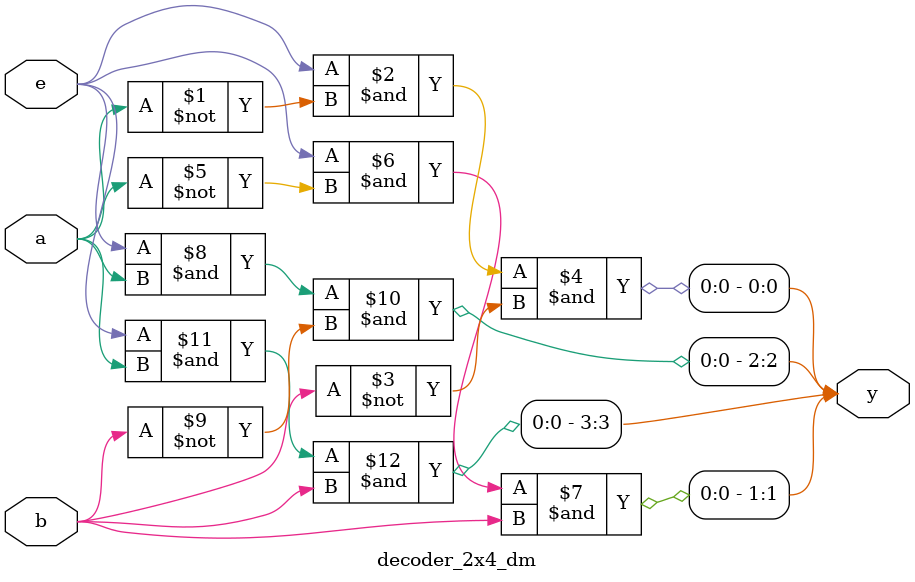
<source format=v>
`timescale 1ns / 1ps

module decoder_2x4_dm(
    output [3:0]y,
    input e, a, b
    );
    
assign y[0] = e & ~a & ~b;
assign y[1] = e & ~a & b;
assign y[2] = e & a & ~b;
assign y[3] = e & a & b;

endmodule

</source>
